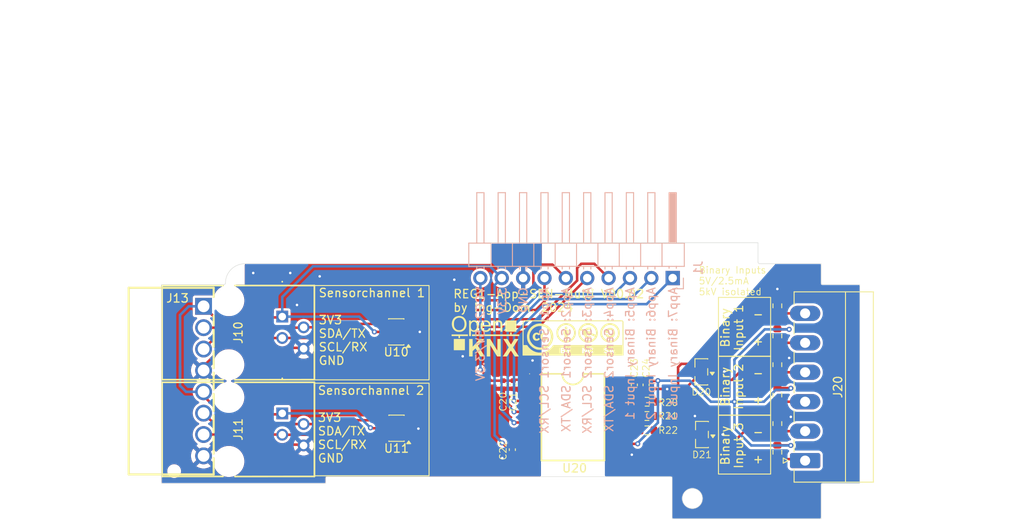
<source format=kicad_pcb>
(kicad_pcb (version 20241229) (generator "pcbnew") (generator_version "9.0")
  (title_block (date "2024-09-10") (rev "V00.02"))
  (layers (0 "F.Cu" signal) (2 "B.Cu" signal) (13 "F.Paste" user) (15 "B.Paste" user) (5 "F.SilkS" user "F.Silkscreen") (7 "B.SilkS" user "B.Silkscreen") (1 "F.Mask" user) (3 "B.Mask" user) (25 "Edge.Cuts" user))
  (net 0 "")
  (net 1 "GND")
  (net 2 "+3.3V")
  (net 3 "SCL_RX_1")
  (net 4 "SDA_TX_1")
  (net 5 "SDA_TX_2")
  (net 6 "SCL_RX_2")
  (net 7 "GNDIso")
  (net 8 "+5V")
  (net 9 "5VIso")
  (net 10 "Net-(J1-GP16)")
  (net 11 "Net-(J1-GP17)")
  (net 12 "Net-(J1-GP18)")
  (net 13 "Net-(J20-Pin_4)")
  (net 14 "Net-(J20-Pin_6)")
  (net 15 "Net-(J20-Pin_2)")
  (net 16 "Net-(J20-Pin_1)")
  (net 17 "Net-(J20-Pin_3)")
  (net 18 "Net-(J20-Pin_5)")
  (net 20 "Net-(U20-VI1)")
  (net 21 "Net-(U20-VI2)")
  (net 22 "Net-(U20-VI3)")
  (footprint "Connector_Phoenix_MC:PhoenixContact_MC_1,5_6-G-3.5_1x06_P3.50mm_Horizontal" (layer "F.Cu") (at 146.5 116 90)
    (property "Reference" "J20" (at 8.75 3.9 90) (layer "F.SilkS"))
    (property "Value" "Conn_01x06")
    (pad "1" thru_hole roundrect (at 0 0 90) (size 1.8 3.6) (drill 1.2) (layers "*.Cu" "*.Mask") (roundrect_rratio 0.138889) (net 16 "Net-(J20-Pin_1)"))
    (pad "2" thru_hole oval (at 3.5 0 90) (size 1.8 3.6) (drill 1.2) (layers "*.Cu" "*.Mask") (net 15 "Net-(J20-Pin_2)"))
    (pad "3" thru_hole oval (at 7 0 90) (size 1.8 3.6) (drill 1.2) (layers "*.Cu" "*.Mask") (net 17 "Net-(J20-Pin_3)"))
    (pad "4" thru_hole oval (at 10.5 0 90) (size 1.8 3.6) (drill 1.2) (layers "*.Cu" "*.Mask") (net 13 "Net-(J20-Pin_4)"))
    (pad "5" thru_hole oval (at 14 0 90) (size 1.8 3.6) (drill 1.2) (layers "*.Cu" "*.Mask") (net 18 "Net-(J20-Pin_5)"))
    (pad "6" thru_hole oval (at 17.5 0 90) (size 1.8 3.6) (drill 1.2) (layers "*.Cu" "*.Mask") (net 14 "Net-(J20-Pin_6)"))
  )
  (footprint "EasyEDALib:RJ22" (layer "F.Cu") (at 84.35 110.385 -90)
    (property "Reference" "J11" (at 1.905 5.23 270) (layer "F.SilkS"))
    (property "Value" "RJ22_2" (hide yes))
    (pad "" np_thru_hole circle (at -1.905 6.35 270) (size 3.2 3.2) (drill 3.2) (layers "*.Cu" "*.Mask"))
    (pad "" np_thru_hole circle (at 5.715 6.35 270) (size 3.2 3.2) (drill 3.2) (layers "*.Cu" "*.Mask"))
    (pad "1" thru_hole rect (at 0 0 270) (size 1.4 1.4) (drill 0.9) (layers "*.Cu" "*.Mask") (net 2 "+3.3V"))
    (pad "2" thru_hole circle (at 1.27 -2.54 270) (size 1.4 1.4) (drill 0.9) (layers "*.Cu" "*.Mask") (net 5 "SDA_TX_2"))
    (pad "3" thru_hole circle (at 2.54 0 270) (size 1.4 1.4) (drill 0.9) (layers "*.Cu" "*.Mask") (net 6 "SCL_RX_2"))
    (pad "4" thru_hole circle (at 3.81 -2.54 270) (size 1.4 1.4) (drill 0.9) (layers "*.Cu" "*.Mask") (net 1 "GND"))
  )
  (footprint "Capacitor_SMD:C_0402_1005Metric" (layer "F.Cu") (at 111.8 106.98 -90)
    (property "Reference" "C21" (at 2.02 0 90) (layer "F.SilkS") (effects (font (size 0.8 0.8) (thickness 0.1))))
    (property "Value" "100nF")
    (pad "1" smd roundrect (at -0.48 0 270) (size 0.56 0.62) (layers "F.Cu" "F.Mask" "F.Paste") (net 8 "+5V"))
    (pad "2" smd roundrect (at 0.48 0 270) (size 0.56 0.62) (layers "F.Cu" "F.Mask" "F.Paste") (net 1 "GND"))
  )
  (footprint "Package_TO_SOT_SMD:SOT-23" (layer "F.Cu") (at 134.1625 105.45 180)
    (property "Reference" "D20" (at 0 -2.4 0) (layer "F.SilkS") (effects (font (size 0.8 0.8) (thickness 0.1))))
    (property "Value" "SM05C")
    (pad "1" smd roundrect (at -0.9375 -0.95 180) (size 1.475 0.6) (layers "F.Cu" "F.Mask" "F.Paste") (net 13 "Net-(J20-Pin_4)"))
    (pad "2" smd roundrect (at -0.9375 0.95 180) (size 1.475 0.6) (layers "F.Cu" "F.Mask" "F.Paste") (net 14 "Net-(J20-Pin_6)"))
    (pad "3" smd roundrect (at 0.9375 0 180) (size 1.475 0.6) (layers "F.Cu" "F.Mask" "F.Paste") (net 7 "GNDIso"))
  )
  (footprint "OpenKNX:OpenKNX_Logo_10x10" (layer "F.Cu") (at 108.5 101.2)
    (property "Reference" "G***")
    (property "Value" "LOGO" (hide yes))
  )
  (footprint "Capacitor_SMD:C_0402_1005Metric" (layer "F.Cu") (at 127.6 107 -90)
    (property "Reference" "C24" (at -2 0 90) (layer "F.SilkS") (effects (font (size 0.8 0.8) (thickness 0.1))))
    (property "Value" "10uF/6.3V")
    (pad "1" smd roundrect (at -0.48 0 270) (size 0.56 0.62) (layers "F.Cu" "F.Mask" "F.Paste") (net 9 "5VIso"))
    (pad "2" smd roundrect (at 0.48 0 270) (size 0.56 0.62) (layers "F.Cu" "F.Mask" "F.Paste") (net 7 "GNDIso"))
  )
  (footprint "Resistor_SMD:R_0603_1608Metric" (layer "F.Cu") (at 143.2 104.6 -90)
    (property "Reference" "R27")
    (property "Value" "860")
    (pad "1" smd roundrect (at -0.825 0 270) (size 0.8 0.95) (layers "F.Cu" "F.Mask" "F.Paste") (net 7 "GNDIso"))
    (pad "2" smd roundrect (at 0.825 0 270) (size 0.8 0.95) (layers "F.Cu" "F.Mask" "F.Paste") (net 13 "Net-(J20-Pin_4)"))
  )
  (footprint "EasyEDALib:WSOIC-16_L10.3-W7.5-P1.27-LS10.3-BL" (layer "F.Cu") (at 118.9 110.834991 -90)
    (property "Reference" "U20" (at 6.065009 -0.2 0) (layer "F.SilkS"))
    (property "Value" "CA-IS3644")
    (pad "1" smd rect (at -4.445009 5 270) (size 0.650013 2.2) (layers "F.Cu" "F.Mask" "F.Paste") (net 8 "+5V"))
    (pad "2" smd rect (at -3.175006 5 270) (size 0.650013 2.2) (layers "F.Cu" "F.Mask" "F.Paste") (net 1 "GND"))
    (pad "3" smd rect (at -1.905004 5 270) (size 0.650013 2.2) (layers "F.Cu" "F.Mask" "F.Paste") (net 10 "Net-(J1-GP16)"))
    (pad "4" smd rect (at -0.635001 5 270) (size 0.650013 2.2) (layers "F.Cu" "F.Mask" "F.Paste") (net 11 "Net-(J1-GP17)"))
    (pad "5" smd rect (at 0.635001 5 270) (size 0.650013 2.2) (layers "F.Cu" "F.Mask" "F.Paste") (net 12 "Net-(J1-GP18)"))
    (pad "6" smd rect (at 1.905004 5 270) (size 0.650013 2.2) (layers "F.Cu" "F.Mask" "F.Paste"))
    (pad "7" smd rect (at 3.175006 5 270) (size 0.650013 2.2) (layers "F.Cu" "F.Mask" "F.Paste") (net 2 "+3.3V"))
    (pad "8" smd rect (at 4.445009 5 270) (size 0.650013 2.2) (layers "F.Cu" "F.Mask" "F.Paste") (net 1 "GND"))
    (pad "9" smd rect (at 4.445009 -5 270) (size 0.650013 2.2) (layers "F.Cu" "F.Mask" "F.Paste") (net 7 "GNDIso"))
    (pad "10" smd rect (at 3.175006 -5 270) (size 0.650013 2.2) (layers "F.Cu" "F.Mask" "F.Paste") (net 9 "5VIso"))
    (pad "11" smd rect (at 1.905004 -5 270) (size 0.650013 2.2) (layers "F.Cu" "F.Mask" "F.Paste"))
    (pad "12" smd rect (at 0.635001 -5 270) (size 0.650013 2.2) (layers "F.Cu" "F.Mask" "F.Paste") (net 22 "Net-(U20-VI3)"))
    (pad "13" smd rect (at -0.635001 -5 270) (size 0.650013 2.2) (layers "F.Cu" "F.Mask" "F.Paste") (net 21 "Net-(U20-VI2)"))
    (pad "14" smd rect (at -1.905004 -5 270) (size 0.650013 2.2) (layers "F.Cu" "F.Mask" "F.Paste") (net 20 "Net-(U20-VI1)"))
    (pad "15" smd rect (at -3.175006 -5 270) (size 0.650013 2.2) (layers "F.Cu" "F.Mask" "F.Paste") (net 7 "GNDIso"))
    (pad "16" smd rect (at -4.445009 -5 270) (size 0.650013 2.2) (layers "F.Cu" "F.Mask" "F.Paste") (net 9 "5VIso"))
  )
  (footprint "Capacitor_SMD:C_0402_1005Metric" (layer "F.Cu") (at 111.7 114.7 -90)
    (property "Reference" "C22" (at 0.1 1.1 90) (layer "F.SilkS") (effects (font (size 0.8 0.8) (thickness 0.1))))
    (property "Value" "1uF/25V")
    (pad "1" smd roundrect (at -0.48 0 270) (size 0.56 0.62) (layers "F.Cu" "F.Mask" "F.Paste") (net 2 "+3.3V"))
    (pad "2" smd roundrect (at 0.48 0 270) (size 0.56 0.62) (layers "F.Cu" "F.Mask" "F.Paste") (net 1 "GND"))
  )
  (footprint "EasyEDALib:RJ22" (layer "F.Cu") (at 84.35 98.885 -90)
    (property "Reference" "J10" (at 1.905 5.23 270) (layer "F.SilkS"))
    (property "Value" "RJ22_1" (hide yes))
    (pad "" np_thru_hole circle (at -1.905 6.35 270) (size 3.2 3.2) (drill 3.2) (layers "*.Cu" "*.Mask"))
    (pad "" np_thru_hole circle (at 5.715 6.35 270) (size 3.2 3.2) (drill 3.2) (layers "*.Cu" "*.Mask"))
    (pad "1" thru_hole rect (at 0 0 270) (size 1.4 1.4) (drill 0.9) (layers "*.Cu" "*.Mask") (net 2 "+3.3V"))
    (pad "2" thru_hole circle (at 1.27 -2.54 270) (size 1.4 1.4) (drill 0.9) (layers "*.Cu" "*.Mask") (net 4 "SDA_TX_1"))
    (pad "3" thru_hole circle (at 2.54 0 270) (size 1.4 1.4) (drill 0.9) (layers "*.Cu" "*.Mask") (net 3 "SCL_RX_1"))
    (pad "4" thru_hole circle (at 3.81 -2.54 270) (size 1.4 1.4) (drill 0.9) (layers "*.Cu" "*.Mask") (net 1 "GND"))
  )
  (footprint "Resistor_SMD:R_0603_1608Metric" (layer "F.Cu") (at 127.7 110.7)
    (property "Reference" "R21" (at 2.5 0 0) (layer "F.SilkS") (effects (font (size 0.8 0.8) (thickness 0.1))))
    (property "Value" "100")
    (pad "1" smd roundrect (at -0.825 0) (size 0.8 0.95) (layers "F.Cu" "F.Mask" "F.Paste") (net 21 "Net-(U20-VI2)"))
    (pad "2" smd roundrect (at 0.825 0) (size 0.8 0.95) (layers "F.Cu" "F.Mask" "F.Paste") (net 13 "Net-(J20-Pin_4)"))
  )
  (footprint "Resistor_SMD:R_0603_1608Metric" (layer "F.Cu") (at 143.2 97.6 -90)
    (property "Reference" "R28")
    (property "Value" "860")
    (pad "1" smd roundrect (at -0.825 0 270) (size 0.8 0.95) (layers "F.Cu" "F.Mask" "F.Paste") (net 7 "GNDIso"))
    (pad "2" smd roundrect (at 0.825 0 270) (size 0.8 0.95) (layers "F.Cu" "F.Mask" "F.Paste") (net 14 "Net-(J20-Pin_6)"))
  )
  (footprint "Package_TO_SOT_SMD:SOT-23-6" (layer "F.Cu") (at 97.9 100.7 180)
    (property "Reference" "U10" (at 0 -2.4 0) (layer "F.SilkS"))
    (property "Value" "USBLC6-2SC6")
    (pad "1" smd roundrect (at -1.1375 -0.95 180) (size 1.325 0.6) (layers "F.Cu" "F.Mask" "F.Paste") (net 3 "SCL_RX_1"))
    (pad "2" smd roundrect (at -1.1375 0 180) (size 1.325 0.6) (layers "F.Cu" "F.Mask" "F.Paste") (net 1 "GND"))
    (pad "3" smd roundrect (at -1.1375 0.95 180) (size 1.325 0.6) (layers "F.Cu" "F.Mask" "F.Paste") (net 4 "SDA_TX_1"))
    (pad "4" smd roundrect (at 1.1375 0.95 180) (size 1.325 0.6) (layers "F.Cu" "F.Mask" "F.Paste") (net 4 "SDA_TX_1"))
    (pad "5" smd roundrect (at 1.1375 0 180) (size 1.325 0.6) (layers "F.Cu" "F.Mask" "F.Paste") (net 2 "+3.3V"))
    (pad "6" smd roundrect (at 1.1375 -0.95 180) (size 1.325 0.6) (layers "F.Cu" "F.Mask" "F.Paste") (net 3 "SCL_RX_1"))
  )
  (footprint "Resistor_SMD:R_0603_1608Metric" (layer "F.Cu") (at 143.2 115 -90)
    (property "Reference" "R23")
    (property "Value" "470")
    (pad "1" smd roundrect (at -0.825 0 270) (size 0.8 0.95) (layers "F.Cu" "F.Mask" "F.Paste") (net 9 "5VIso"))
    (pad "2" smd roundrect (at 0.825 0 270) (size 0.8 0.95) (layers "F.Cu" "F.Mask" "F.Paste") (net 16 "Net-(J20-Pin_1)"))
  )
  (footprint "Resistor_SMD:R_0603_1608Metric" (layer "F.Cu") (at 127.725 109)
    (property "Reference" "R20" (at 2.5 0.1 0) (layer "F.SilkS") (effects (font (size 0.8 0.8) (thickness 0.1))))
    (property "Value" "100")
    (pad "1" smd roundrect (at -0.825 0) (size 0.8 0.95) (layers "F.Cu" "F.Mask" "F.Paste") (net 20 "Net-(U20-VI1)"))
    (pad "2" smd roundrect (at 0.825 0) (size 0.8 0.95) (layers "F.Cu" "F.Mask" "F.Paste") (net 14 "Net-(J20-Pin_6)"))
  )
  (footprint "Package_TO_SOT_SMD:SOT-23-6" (layer "F.Cu") (at 97.93125 112.15 180)
    (property "Reference" "U11" (at 0 -2.4 0) (layer "F.SilkS"))
    (property "Value" "USBLC6-2SC6")
    (pad "1" smd roundrect (at -1.1375 -0.95 180) (size 1.325 0.6) (layers "F.Cu" "F.Mask" "F.Paste") (net 6 "SCL_RX_2"))
    (pad "2" smd roundrect (at -1.1375 0 180) (size 1.325 0.6) (layers "F.Cu" "F.Mask" "F.Paste") (net 1 "GND"))
    (pad "3" smd roundrect (at -1.1375 0.95 180) (size 1.325 0.6) (layers "F.Cu" "F.Mask" "F.Paste") (net 5 "SDA_TX_2"))
    (pad "4" smd roundrect (at 1.1375 0.95 180) (size 1.325 0.6) (layers "F.Cu" "F.Mask" "F.Paste") (net 5 "SDA_TX_2"))
    (pad "5" smd roundrect (at 1.1375 0 180) (size 1.325 0.6) (layers "F.Cu" "F.Mask" "F.Paste") (net 2 "+3.3V"))
    (pad "6" smd roundrect (at 1.1375 -0.95 180) (size 1.325 0.6) (layers "F.Cu" "F.Mask" "F.Paste") (net 6 "SCL_RX_2"))
  )
  (footprint "Resistor_SMD:R_0603_1608Metric" (layer "F.Cu") (at 143.2 101.175 -90)
    (property "Reference" "R25")
    (property "Value" "470")
    (pad "1" smd roundrect (at -0.825 0 270) (size 0.8 0.95) (layers "F.Cu" "F.Mask" "F.Paste") (net 9 "5VIso"))
    (pad "2" smd roundrect (at 0.825 0 270) (size 0.8 0.95) (layers "F.Cu" "F.Mask" "F.Paste") (net 18 "Net-(J20-Pin_5)"))
  )
  (footprint "Resistor_SMD:R_0603_1608Metric" (layer "F.Cu") (at 127.7 112.4)
    (property "Reference" "R22" (at 2.525 0 0) (layer "F.SilkS") (effects (font (size 0.8 0.8) (thickness 0.1))))
    (property "Value" "100")
    (pad "1" smd roundrect (at -0.825 0) (size 0.8 0.95) (layers "F.Cu" "F.Mask" "F.Paste") (net 22 "Net-(U20-VI3)"))
    (pad "2" smd roundrect (at 0.825 0) (size 0.8 0.95) (layers "F.Cu" "F.Mask" "F.Paste") (net 15 "Net-(J20-Pin_2)"))
  )
  (footprint "Capacitor_SMD:C_0402_1005Metric" (layer "F.Cu") (at 110.6 106.98 -90)
    (property "Reference" "C20" (at 2.02 0 90) (layer "F.SilkS") (effects (font (size 0.8 0.8) (thickness 0.1))))
    (property "Value" "10uF/6.3V")
    (pad "1" smd roundrect (at -0.48 0 270) (size 0.56 0.62) (layers "F.Cu" "F.Mask" "F.Paste") (net 8 "+5V"))
    (pad "2" smd roundrect (at 0.48 0 270) (size 0.56 0.62) (layers "F.Cu" "F.Mask" "F.Paste") (net 1 "GND"))
  )
  (footprint "OpenKNX:CC-BY-NY-SA_12x4" (layer "F.Cu") (at 118.9 101.4)
    (property "Reference" "G***")
    (property "Value" "LOGO" (hide yes))
  )
  (footprint "Resistor_SMD:R_0603_1608Metric" (layer "F.Cu") (at 143.2 111.6 -90)
    (property "Reference" "R26")
    (property "Value" "860")
    (pad "1" smd roundrect (at -0.825 0 270) (size 0.8 0.95) (layers "F.Cu" "F.Mask" "F.Paste") (net 7 "GNDIso"))
    (pad "2" smd roundrect (at 0.825 0 270) (size 0.8 0.95) (layers "F.Cu" "F.Mask" "F.Paste") (net 15 "Net-(J20-Pin_2)"))
  )
  (footprint "EasyEDAModLib:CONN-TH_8P-P2.54_DIBO_DB2ERC-2.54-8P-GN" (layer "F.Cu") (at 75 106.550013 -90)
    (property "Reference" "J13" (at -9.850013 3.1 0) (layer "F.SilkS"))
    (property "Value" "Conn_01x08" (hide yes))
    (pad "1" thru_hole rect (at -8.890018 0 270) (size 2 2) (drill 1.4) (layers "*.Cu" "*.Mask") (net 2 "+3.3V"))
    (pad "2" thru_hole circle (at -6.350013 0 270) (size 2 2) (drill 1.4) (layers "*.Cu" "*.Mask") (net 4 "SDA_TX_1"))
    (pad "3" thru_hole circle (at -3.810008 0 270) (size 2 2) (drill 1.4) (layers "*.Cu" "*.Mask") (net 3 "SCL_RX_1"))
    (pad "4" thru_hole circle (at -1.270003 0 270) (size 2 2) (drill 1.4) (layers "*.Cu" "*.Mask") (net 1 "GND"))
    (pad "5" thru_hole circle (at 1.270003 0 270) (size 2 2) (drill 1.4) (layers "*.Cu" "*.Mask") (net 2 "+3.3V"))
    (pad "6" thru_hole circle (at 3.810008 0 270) (size 2 2) (drill 1.4) (layers "*.Cu" "*.Mask") (net 5 "SDA_TX_2"))
    (pad "7" thru_hole circle (at 6.350013 0 270) (size 2 2) (drill 1.4) (layers "*.Cu" "*.Mask") (net 6 "SCL_RX_2"))
    (pad "8" thru_hole circle (at 8.890018 0 270) (size 2 2) (drill 1.4) (layers "*.Cu" "*.Mask") (net 1 "GND"))
  )
  (footprint "Resistor_SMD:R_0603_1608Metric" (layer "F.Cu") (at 143.2 108.2 -90)
    (property "Reference" "R24")
    (property "Value" "470")
    (pad "1" smd roundrect (at -0.825 0 270) (size 0.8 0.95) (layers "F.Cu" "F.Mask" "F.Paste") (net 9 "5VIso"))
    (pad "2" smd roundrect (at 0.825 0 270) (size 0.8 0.95) (layers "F.Cu" "F.Mask" "F.Paste") (net 17 "Net-(J20-Pin_3)"))
  )
  (footprint "Capacitor_SMD:C_0402_1005Metric" (layer "F.Cu") (at 126.2 107 -90)
    (property "Reference" "C23" (at -2 0 90) (layer "F.SilkS") (effects (font (size 0.8 0.8) (thickness 0.1))))
    (property "Value" "100nF")
    (pad "1" smd roundrect (at -0.48 0 270) (size 0.56 0.62) (layers "F.Cu" "F.Mask" "F.Paste") (net 9 "5VIso"))
    (pad "2" smd roundrect (at 0.48 0 270) (size 0.56 0.62) (layers "F.Cu" "F.Mask" "F.Paste") (net 7 "GNDIso"))
  )
  (footprint "Package_TO_SOT_SMD:SOT-23" (layer "F.Cu") (at 134.2375 112.9 180)
    (property "Reference" "D21" (at 0 -2.4 0) (layer "F.SilkS") (effects (font (size 0.8 0.8) (thickness 0.1))))
    (property "Value" "SM05C")
    (pad "1" smd roundrect (at -0.9375 -0.95 180) (size 1.475 0.6) (layers "F.Cu" "F.Mask" "F.Paste") (net 15 "Net-(J20-Pin_2)"))
    (pad "2" smd roundrect (at -0.9375 0.95 180) (size 1.475 0.6) (layers "F.Cu" "F.Mask" "F.Paste"))
    (pad "3" smd roundrect (at 0.9375 0 180) (size 1.475 0.6) (layers "F.Cu" "F.Mask" "F.Paste") (net 7 "GNDIso"))
  )
  (footprint "Connector_PinHeader_2.54mm:PinHeader_1x10_P2.54mm_Horizontal" (layer "B.Cu") (at 130.76 94.3 90)
    (property "Reference" "J1" (at 1.2 3.04 90) (layer "B.SilkS") (effects (justify mirror)))
    (property "Value" "REG1_App_Connector")
    (pad "1" thru_hole rect (at 0 0 90) (size 1.7 1.7) (drill 1) (layers "*.Cu" "*.Mask") (net 10 "Net-(J1-GP16)"))
    (pad "2" thru_hole circle (at 0 -2.54 90) (size 1.7 1.7) (drill 1) (layers "*.Cu" "*.Mask") (net 11 "Net-(J1-GP17)"))
    (pad "3" thru_hole circle (at 0 -5.08 90) (size 1.7 1.7) (drill 1) (layers "*.Cu" "*.Mask") (net 12 "Net-(J1-GP18)"))
    (pad "4" thru_hole circle (at 0 -7.62 90) (size 1.7 1.7) (drill 1) (layers "*.Cu" "*.Mask") (net 5 "SDA_TX_2"))
    (pad "5" thru_hole circle (at 0 -10.16 90) (size 1.7 1.7) (drill 1) (layers "*.Cu" "*.Mask") (net 6 "SCL_RX_2"))
    (pad "6" thru_hole circle (at 0 -12.7 90) (size 1.7 1.7) (drill 1) (layers "*.Cu" "*.Mask") (net 4 "SDA_TX_1"))
    (pad "7" thru_hole circle (at 0 -15.24 90) (size 1.7 1.7) (drill 1) (layers "*.Cu" "*.Mask") (net 3 "SCL_RX_1"))
    (pad "8" thru_hole circle (at 0 -17.78 90) (size 1.7 1.7) (drill 1) (layers "*.Cu" "*.Mask") (net 1 "GND"))
    (pad "9" thru_hole circle (at 0 -20.32 90) (size 1.7 1.7) (drill 1) (layers "*.Cu" "*.Mask") (net 2 "+3.3V"))
    (pad "10" thru_hole circle (at 0 -22.86 90) (size 1.7 1.7) (drill 1) (layers "*.Cu" "*.Mask") (net 8 "+5V"))
  )
  (gr_rect (start 88.2 106.8) (end 101.8 117.8) (stroke (width 0.12)) (fill no) (layer "F.SilkS"))
  (gr_rect (start 136.2 110.6) (end 142.4 117.6) (stroke (width 0.12)) (fill no) (layer "F.SilkS"))
  (gr_rect (start 88.17 95.19) (end 101.8 106.4) (stroke (width 0.12)) (fill no) (layer "F.SilkS"))
  (gr_rect (start 136.2 96.6) (end 142.4 103.6) (stroke (width 0.12)) (fill no) (layer "F.SilkS"))
  (gr_rect (start 136.2 103.6) (end 142.4 110.6) (stroke (width 0.12)) (fill no) (layer "F.SilkS"))
  (gr_line (start 130.5 117.9) (end 89.7 117.9) (stroke (width 0.05)) (layer "Edge.Cuts"))
  (gr_line (start 89.5 118.7) (end 70 118.7) (stroke (width 0.05)) (layer "Edge.Cuts"))
  (gr_line (start 153 95.1) (end 153 118.7) (stroke (width 0.05)) (layer "Edge.Cuts"))
  (gr_line (start 70 95.1) (end 70 118.7) (stroke (width 0.05)) (layer "Edge.Cuts"))
  (gr_line (start 109.2 90.1) (end 140.9 90.1) (stroke (width 0.05)) (layer "Edge.Cuts"))
  (gr_arc (start 141.1 92.6) (mid 140.958579 92.541421) (end 140.9 92.4) (stroke (width 0.05)) (layer "Edge.Cuts"))
  (gr_line (start 70 95.1) (end 77.4 95.091005) (stroke (width 0.05)) (layer "Edge.Cuts"))
  (gr_line (start 148.4 118.9) (end 148.4 122.9) (stroke (width 0.05)) (layer "Edge.Cuts"))
  (gr_arc (start 148.6 95.1) (mid 148.458579 95.041421) (end 148.4 94.9) (stroke (width 0.05)) (layer "Edge.Cuts"))
  (gr_line (start 153 118.7) (end 148.6 118.7) (stroke (width 0.05)) (layer "Edge.Cuts"))
  (gr_line (start 109.2 90.1) (end 109.2 92.4) (stroke (width 0.05)) (layer "Edge.Cuts"))
  (gr_line (start 109 92.6) (end 79.9 92.6) (stroke (width 0.05)) (layer "Edge.Cuts"))
  (gr_line (start 153 95.1) (end 148.6 95.1) (stroke (width 0.05)) (layer "Edge.Cuts"))
  (gr_arc (start 148.4 118.9) (mid 148.458579 118.758579) (end 148.6 118.7) (stroke (width 0.05)) (layer "Edge.Cuts"))
  (gr_circle (center 133.1 120.5) (end 133.1 121.7) (stroke (width 0.05)) (fill no) (layer "Edge.Cuts"))
  (gr_line (start 141.1 92.6) (end 148.4 92.6) (stroke (width 0.05)) (layer "Edge.Cuts"))
  (gr_line (start 148.4 122.9) (end 130.7 122.9) (stroke (width 0.05)) (layer "Edge.Cuts"))
  (gr_line (start 89.5 118.7) (end 89.5 118.1) (stroke (width 0.05)) (layer "Edge.Cuts"))
  (gr_arc (start 109.2 92.4) (mid 109.141421 92.541421) (end 109 92.6) (stroke (width 0.05)) (layer "Edge.Cuts"))
  (gr_arc (start 130.5 117.9) (mid 130.641421 117.958579) (end 130.7 118.1) (stroke (width 0.05)) (layer "Edge.Cuts"))
  (gr_arc (start 77.6 94.9) (mid 78.273654 93.273654) (end 79.9 92.6) (stroke (width 0.05)) (layer "Edge.Cuts"))
  (gr_line (start 130.7 122.9) (end 130.7 118.1) (stroke (width 0.05)) (layer "Edge.Cuts"))
  (gr_arc (start 77.591005 94.9) (mid 77.535061 95.035061) (end 77.4 95.091005) (stroke (width 0.05)) (layer "Edge.Cuts"))
  (gr_line (start 148.4 94.9) (end 148.4 92.6) (stroke (width 0.05)) (layer "Edge.Cuts"))
  (gr_arc (start 89.5 118.1) (mid 89.558579 117.958579) (end 89.7 117.9) (stroke (width 0.05)) (layer "Edge.Cuts"))
  (gr_line (start 140.9 90.1) (end 140.9 92.4) (stroke (width 0.05)) (layer "Edge.Cuts"))
  (gr_text "REG1-App-SEN-Multi V00.02\nby Ing-Dom, 2024" (at 104.6 97 0) (layer "F.SilkS") (effects (font (size 1 1)) (justify left)))
  (gr_text "Binary\nInput 2" (at 139.2 107.2 90) (layer "F.SilkS") (effects (font (size 1 1)) (justify bottom)))
  (gr_text "-\n\n+" (at 140.2 109.4 0) (layer "F.SilkS") (effects (font (size 1 1)) (justify left bottom)))
  (gr_text "Binary Inputs\n5V/2.5mA\n5kV isolated" (at 133.8 96.4 0) (layer "F.SilkS") (effects (font (size 0.8 0.8) (thickness 0.1)) (justify left bottom)))
  (gr_text "Sensorchannel 2\n\n3V3\nSDA/TX\nSCL/RX\nGND" (at 88.5 116.3 0) (layer "F.SilkS") (effects (font (size 1 1)) (justify left bottom)))
  (gr_text "Binary\nInput 1" (at 139.2 100.2 90) (layer "F.SilkS") (effects (font (size 1 1)) (justify bottom)))
  (gr_text "-\n\n+" (at 140.2 116.4 0) (layer "F.SilkS") (effects (font (size 1 1)) (justify left bottom)))
  (gr_text "Binary\nInput 3" (at 139.2 114.2 90) (layer "F.SilkS") (effects (font (size 1 1)) (justify bottom)))
  (gr_text "-\n\n+" (at 140.2 102.4 0) (layer "F.SilkS") (effects (font (size 1 1)) (justify left bottom)))
  (gr_text "Sensorchannel 1\n\n3V3\nSDA/TX\nSCL/RX\nGND" (at 88.6 104.7 0) (layer "F.SilkS") (effects (font (size 1 1)) (justify left bottom)))
  (gr_text "App7: Binary Input 3" (at 130.8 95.3 90) (layer "B.SilkS") (effects (font (size 1 1)) (justify left mirror)))
  (gr_text "App1: Sensor1 SCL/RX" (at 115.5 95.3 90) (layer "B.SilkS") (effects (font (size 1 1)) (justify left mirror)))
  (gr_text "App4: Sensor2 SDA/TX" (at 123.2 95.3 90) (layer "B.SilkS") (effects (font (size 1 1)) (justify left mirror)))
  (gr_text "App3: Sensor2 SCL/RX" (at 120.6 95.3 90) (layer "B.SilkS") (effects (font (size 1 1)) (justify left mirror)))
  (gr_text "App2: Sensor1 SDA/TX" (at 118.1 95.3 90) (layer "B.SilkS") (effects (font (size 1 1)) (justify left mirror)))
  (gr_text "App6: Binary Input 2" (at 128.2 95.3 90) (layer "B.SilkS") (effects (font (size 1 1)) (justify left mirror)))
  (gr_text "App5: Binary Input 1" (at 125.7 95.3 90) (layer "B.SilkS") (effects (font (size 1 1)) (justify left mirror)))
  (gr_text "VCC2: 5V/3.3V" (at 107.9 95.3 90) (layer "B.SilkS") (effects (font (size 1 1)) (justify left mirror)))
  (gr_text "3.3V" (at 110.5 95.3 90) (layer "B.SilkS") (effects (font (size 1 1)) (justify left mirror)))
  (gr_text "GND" (at 113 95.3 90) (layer "B.SilkS") (effects (font (size 1 1)) (justify left mirror)))
  (segment (start 86.795 102.6) (end 86.89 102.695) (width 0.3) (layer "F.Cu") (net 1))
  (segment (start 77.171573 102.6) (end 86.795 102.6) (width 0.3) (layer "F.Cu") (net 1))
  (segment (start 75 104.771573) (end 77.171573 102.6) (width 0.3) (layer "F.Cu") (net 1))
  (segment (start 113.9 107.659985) (end 111.999985 107.659985) (width 0.3) (layer "F.Cu") (net 1))
  (segment (start 99.06875 112.15) (end 100.48125 112.15) (width 0.3) (layer "F.Cu") (net 1))
  (segment (start 75 115.440031) (end 76.340031 114.1) (width 0.3) (layer "F.Cu") (net 1))
  (segment (start 113.9 115.28) (end 111.8 115.28) (width 0.3) (layer "F.Cu") (net 1))
  (segment (start 99.0375 100.7) (end 100.7 100.7) (width 0.3) (layer "F.Cu") (net 1))
  (segment (start 110.6 107.46) (end 111.8 107.46) (width 0.3) (layer "F.Cu") (net 1))
  (segment (start 100.48125 112.15) (end 100.53125 112.2) (width 0.3) (layer "F.Cu") (net 1))
  (segment (start 75 105.28001) (end 75 104.771573) (width 0.3) (layer "F.Cu") (net 1))
  (segment (start 86.795 114.1) (end 86.89 114.195) (width 0.3) (layer "F.Cu") (net 1))
  (segment (start 111.999985 107.659985) (end 111.8 107.46) (width 0.3) (layer "F.Cu") (net 1))
  (segment (start 111.8 115.28) (end 111.7 115.18) (width 0.3) (layer "F.Cu") (net 1))
  (segment (start 76.340031 114.1) (end 86.795 114.1) (width 0.3) (layer "F.Cu") (net 1))
  (via (at 105.8 103.6) (size 0.6) (drill 0.3) (layers "F.Cu" "B.Cu") (net 1))
  (via (at 80.9 93.7) (size 0.6) (drill 0.3) (layers "F.Cu" "B.Cu") (net 1))
  (via (at 100.7 100.7) (size 0.6) (drill 0.3) (layers "F.Cu" "B.Cu") (net 1))
  (via (at 100.53125 112.2) (size 0.6) (drill 0.3) (layers "F.Cu" "B.Cu") (net 1))
  (via (at 88.8 94.1) (size 0.6) (drill 0.3) (layers "F.Cu" "B.Cu") (net 1))
  (via (at 85.3 93.7) (size 0.6) (drill 0.3) (layers "F.Cu" "B.Cu") (net 1))
  (via (at 110.5 115.7) (size 0.6) (drill 0.3) (layers "F.Cu" "B.Cu") (net 1))
  (via (at 86.1 97.5) (size 0.6) (drill 0.3) (layers "F.Cu" "B.Cu") (net 1))
  (via (at 104.8 94.5) (size 0.6) (drill 0.3) (layers "F.Cu" "B.Cu") (net 1))
  (via (at 114.1 104.1) (size 0.6) (drill 0.3) (layers "F.Cu" "B.Cu") (net 1))
  (segment (start 111.910003 114.009997) (end 111.72 114.2) (width 0.3) (layer "F.Cu") (net 2))
  (segment (start 75 97.659995) (end 76.320005 98.98) (width 0.3) (layer "F.Cu") (net 2))
  (segment (start 96.79375 112.15) (end 94.88125 112.15) (width 0.3) (layer "F.Cu") (net 2))
  (segment (start 84.255 98.98) (end 84.35 98.885) (width 0.3) (layer "F.Cu") (net 2))
  (segment (start 110.82 114.22) (end 110.5 113.9) (width 0.3) (layer "F.Cu") (net 2))
  (segment (start 111.72 114.2) (end 111.6 114.2) (width 0.3) (layer "F.Cu") (net 2))
  (segment (start 111.7 114.22) (end 110.82 114.22) (width 0.3) (layer "F.Cu") (net 2))
  (segment (start 96.7625 100.7) (end 95.3 100.7) (width 0.3) (layer "F.Cu") (net 2))
  (segment (start 75 107.820016) (end 75 108.308427) (width 0.3) (layer "F.Cu") (net 2))
  (segment (start 75 108.308427) (end 77.191573 110.5) (width 0.3) (layer "F.Cu") (net 2))
  (segment (start 77.191573 110.5) (end 84.235 110.5) (width 0.3) (layer "F.Cu") (net 2))
  (segment (start 84.235 110.5) (end 84.35 110.385) (width 0.3) (layer "F.Cu") (net 2))
  (segment (start 94.88125 112.15) (end 94.83125 112.1) (width 0.3) (layer "F.Cu") (net 2))
  (segment (start 113.9 114.009997) (end 111.910003 114.009997) (width 0.3) (layer "F.Cu") (net 2))
  (segment (start 111.6 114.2) (end 111.6 114.32) (width 0.3) (layer "F.Cu") (net 2))
  (segment (start 76.320005 98.98) (end 84.255 98.98) (width 0.3) (layer "F.Cu") (net 2))
  (segment (start 111.6 114.32) (end 111.7 114.22) (width 0.3) (layer "F.Cu") (net 2))
  (via (at 94.83125 112.1) (size 0.6) (drill 0.3) (layers "F.Cu" "B.Cu") (net 2))
  (via (at 95.3 100.7) (size 0.6) (drill 0.3) (layers "F.Cu" "B.Cu") (net 2))
  (via (at 110.5 113.9) (size 0.6) (drill 0.3) (layers "F.Cu" "B.Cu") (net 2))
  (segment (start 109.04 92.9) (end 88 92.9) (width 0.3) (layer "B.Cu") (net 2))
  (segment (start 95.3 100.7) (end 93.485 98.885) (width 0.3) (layer "B.Cu") (net 2))
  (segment (start 109.59 95.15) (end 109.59 112.99) (width 0.3) (layer "B.Cu") (net 2))
  (segment (start 73.240005 97.659995) (end 72.2 98.7) (width 0.3) (layer "B.Cu") (net 2))
  (segment (start 72.2 98.7) (end 72.2 104.8) (width 0.3) (layer "B.Cu") (net 2))
  (segment (start 93.11625 110.385) (end 84.35 110.385) (width 0.3) (layer "B.Cu") (net 2))
  (segment (start 72.920016 107.820016) (end 72.2 107.1) (width 0.3) (layer "B.Cu") (net 2))
  (segment (start 88 92.9) (end 84.35 96.55) (width 0.3) (layer "B.Cu") (net 2))
  (segment (start 72.2 107.1) (end 72.2 104.8) (width 0.3) (layer "B.Cu") (net 2))
  (segment (start 75 97.659995) (end 73.240005 97.659995) (width 0.3) (layer "B.Cu") (net 2))
  (segment (start 110.44 94.3) (end 109.59 95.15) (width 0.3) (layer "B.Cu") (net 2))
  (segment (start 84.35 96.55) (end 84.35 98.885) (width 0.3) (layer "B.Cu") (net 2))
  (segment (start 94.83125 112.1) (end 93.11625 110.385) (width 0.3) (layer "B.Cu") (net 2))
  (segment (start 93.485 98.885) (end 84.35 98.885) (width 0.3) (layer "B.Cu") (net 2))
  (segment (start 109.59 112.99) (end 110.5 113.9) (width 0.3) (layer "B.Cu") (net 2))
  (segment (start 75 107.820016) (end 72.920016 107.820016) (width 0.3) (layer "B.Cu") (net 2))
  (segment (start 110.44 94.3) (end 109.04 92.9) (width 0.3) (layer "B.Cu") (net 2))
  (segment (start 72.2 104.8) (end 72.2 106.1) (width 0.3) (layer "B.Cu") (net 2))
  (segment (start 101.7 101.65) (end 99.0375 101.65) (width 0.3) (layer "F.Cu") (net 3))
  (segment (start 84.35 101.425) (end 76.315005 101.425) (width 0.3) (layer "F.Cu") (net 3))
  (segment (start 76.315005 101.425) (end 75 102.740005) (width 0.3) (layer "F.Cu") (net 3))
  (segment (start 105.25 98.1) (end 114.5 98.1) (width 0.3) (layer "F.Cu") (net 3))
  (segment (start 99.0375 101.65) (end 96.7625 101.65) (width 0.3) (layer "F.Cu") (net 3))
  (segment (start 96.7625 101.65) (end 89.05 101.65) (width 0.3) (layer "F.Cu") (net 3))
  (segment (start 105.25 98.1) (end 101.7 101.65) (width 0.3) (layer "F.Cu") (net 3))
  (segment (start 89.05 101.65) (end 88.825 101.425) (width 0.3) (layer "F.Cu") (net 3))
  (segment (start 115.52 94.3) (end 115.52 97.08) (width 0.3) (layer "F.Cu") (net 3))
  (segment (start 115.52 97.08) (end 114.5 98.1) (width 0.3) (layer "F.Cu") (net 3))
  (segment (start 88.825 101.425) (end 84.35 101.425) (width 0.3) (layer "F.Cu") (net 3))
  (segment (start 89.495 100.155) (end 86.89 100.155) (width 0.3) (layer "F.Cu") (net 4))
  (segment (start 99.0375 99.75) (end 102.3 99.75) (width 0.3) (layer "F.Cu") (net 4))
  (segment (start 86.845 100.2) (end 86.89 100.155) (width 0.3) (layer "F.Cu") (net 4))
  (segment (start 75 100.2) (end 86.845 100.2) (width 0.3) (layer "F.Cu") (net 4))
  (segment (start 102.3 99.75) (end 105.1 96.95) (width 0.3) (layer "F.Cu") (net 4))
  (segment (start 96.7625 99.75) (end 89.9 99.75) (width 0.3) (layer "F.Cu") (net 4))
  (segment (start 96.7625 99.75) (end 99.0375 99.75) (width 0.3) (layer "F.Cu") (net 4))
  (segment (start 115.1 92.7) (end 116.46 92.7) (width 0.3) (layer "F.Cu") (net 4))
  (segment (start 89.9 99.75) (end 89.495 100.155) (width 0.3) (layer "F.Cu") (net 4))
  (segment (start 113.05 96.95) (end 114.2 95.8) (width 0.3) (layer "F.Cu") (net 4))
  (segment (start 116.46 92.7) (end 118.06 94.3) (width 0.3) (layer "F.Cu") (net 4))
  (segment (start 105.1 96.95) (end 113.05 96.95) (width 0.3) (layer "F.Cu") (net 4))
  (segment (start 114.2 95.8) (end 114.2 93.6) (width 0.3) (layer "F.Cu") (net 4))
  (segment (start 114.2 93.6) (end 115.1 92.7) (width 0.3) (layer "F.Cu") (net 4))
  (segment (start 121.44 92.6) (end 123.14 94.3) (width 0.3) (layer "F.Cu") (net 5))
  (segment (start 101.23125 111.2) (end 103.73125 108.7) (width 0.3) (layer "F.Cu") (net 5))
  (segment (start 119.4 94.600488) (end 119.4 93.1) (width 0.3) (layer "F.Cu") (net 5))
  (segment (start 96.79375 111.2) (end 89.8 111.2) (width 0.3) (layer "F.Cu") (net 5))
  (segment (start 96.79375 111.2) (end 99.06875 111.2) (width 0.3) (layer "F.Cu") (net 5))
  (segment (start 75 110.360021) (end 76.294979 111.655) (width 0.3) (layer "F.Cu") (net 5))
  (segment (start 89.345 111.655) (end 86.89 111.655) (width 0.3) (layer "F.Cu") (net 5))
  (segment (start 76.294979 111.655) (end 86.89 111.655) (width 0.3) (layer "F.Cu") (net 5))
  (segment (start 99.06875 111.2) (end 101.23125 111.2) (width 0.3) (layer "F.Cu") (net 5))
  (segment (start 114.800488 99.2) (end 119.4 94.600488) (width 0.3) (layer "F.Cu") (net 5))
  (segment (start 105.9 99.2) (end 114.800488 99.2) (width 0.3) (layer "F.Cu") (net 5))
  (segment (start 119.9 92.6) (end 121.44 92.6) (width 0.3) (layer "F.Cu") (net 5))
  (segment (start 119.4 93.1) (end 119.9 92.6) (width 0.3) (layer "F.Cu") (net 5))
  (segment (start 89.8 111.2) (end 89.345 111.655) (width 0.3) (layer "F.Cu") (net 5))
  (segment (start 103.73125 101.36875) (end 105.9 99.2) (width 0.3) (layer "F.Cu") (net 5))
  (segment (start 103.73125 108.7) (end 103.73125 101.36875) (width 0.3) (layer "F.Cu") (net 5))
  (segment (start 96.79375 113.1) (end 89.5 113.1) (width 0.3) (layer "F.Cu") (net 6))
  (segment (start 100.93125 113.1) (end 99.06875 113.1) (width 0.3) (layer "F.Cu") (net 6))
  (segment (start 106.3 100.1) (end 104.6 101.8) (width 0.3) (layer "F.Cu") (net 6))
  (segment (start 104.6 101.8) (end 104.6 109.43125) (width 0.3) (layer "F.Cu") (net 6))
  (segment (start 114.8 100.1) (end 106.3 100.1) (width 0.3) (layer "F.Cu") (net 6))
  (segment (start 104.6 109.43125) (end 100.93125 113.1) (width 0.3) (layer "F.Cu") (net 6))
  (segment (start 120.6 94.3) (end 114.8 100.1) (width 0.3) (layer "F.Cu") (net 6))
  (segment (start 89.5 113.1) (end 89.325 112.925) (width 0.3) (layer "F.Cu") (net 6))
  (segment (start 84.325026 112.900026) (end 84.35 112.925) (width 0.3) (layer "F.Cu") (net 6))
  (segment (start 96.79375 113.1) (end 99.06875 113.1) (width 0.3) (layer "F.Cu") (net 6))
  (segment (start 75 112.900026) (end 84.325026 112.900026) (width 0.3) (layer "F.Cu") (net 6))
  (segment (start 89.325 112.925) (end 84.35 112.925) (width 0.3) (layer "F.Cu") (net 6))
  (segment (start 136.85 105.45) (end 136.9 105.4) (width 0.3) (layer "F.Cu") (net 7))
  (segment (start 126.2 107.48) (end 127.6 107.48) (width 0.3) (layer "F.Cu") (net 7))
  (segment (start 133.4 112.8) (end 133.3 112.9) (width 0.3) (layer "F.Cu") (net 7))
  (segment (start 133.3 112.9) (end 136.7 112.9) (width 0.3) (layer "F.Cu") (net 7))
  (segment (start 144.575 103.775) (end 144.6 103.8) (width 0.3) (layer "F.Cu") (net 7))
  (segment (start 143.2 110.775) (end 144.775 110.775) (width 0.3) (layer "F.Cu") (net 7))
  (segment (start 130.2 107.5) (end 130.18 107.48) (width 0.3) (layer "F.Cu") (net 7))
  (segment (start 143.2 95.6) (end 143.2 96.775) (width 0.3) (layer "F.Cu") (net 7))
  (segment (start 130.12 107.48) (end 130.18 107.48) (width 0.3) (layer "F.Cu") (net 7))
  (segment (start 123.9 115.28) (end 125.88 115.28) (width 0.3) (layer "F.Cu") (net 7))
  (segment (start 127.6 107.48) (end 130.08 107.48) (width 0.3) (layer "F.Cu") (net 7))
  (segment (start 136.9 105.4) (end 136.95 105.45) (width 0.3) (layer "F.Cu") (net 7))
  (segment (start 130.08 107.48) (end 130.1 107.5) (width 0.3) (layer "F.Cu") (net 7))
  (segment (start 144.775 110.775) (end 144.8 110.8) (width 0.3) (layer "F.Cu") (net 7))
  (segment (start 133.225 105.45) (end 136.85 105.45) (width 0.3) (layer "F.Cu") (net 7))
  (segment (start 123.9 107.659985) (end 126.020015 107.659985) (width 0.3) (layer "F.Cu") (net 7))
  (segment (start 130.1 107.5) (end 130.12 107.48) (width 0.3) (layer "F.Cu") (net 7))
  (segment (start 126.020015 107.659985) (end 126.2 107.48) (width 0.3) (layer "F.Cu") (net 7))
  (segment (start 143.2 103.775) (end 144.575 103.775) (width 0.3) (layer "F.Cu") (net 7))
  (segment (start 133.4 110.7) (end 133.4 112.8) (width 0.3) (layer "F.Cu") (net 7))
  (segment (start 125.88 115.28) (end 125.9 115.3) (width 0.3) (layer "F.Cu") (net 7))
  (via (at 130.1 107.5) (size 0.6) (drill 0.3) (layers "F.Cu" "B.Cu") (net 7))
  (via (at 144.6 103.8) (size 0.6) (drill 0.3) (layers "F.Cu" "B.Cu") (net 7))
  (via (at 136.9 105.4) (size 0.6) (drill 0.3) (layers "F.Cu" "B.Cu") (net 7))
  (via (at 125.9 115.3) (size 0.6) (drill 0.3) (layers "F.Cu" "B.Cu") (net 7))
  (via (at 136.7 112.9) (size 0.6) (drill 0.3) (layers "F.Cu" "B.Cu") (net 7))
  (via (at 144.8 110.8) (size 0.6) (drill 0.3) (layers "F.Cu" "B.Cu") (net 7))
  (via (at 133.4 110.7) (size 0.6) (drill 0.3) (layers "F.Cu" "B.Cu") (net 7))
  (via (at 143.2 95.6) (size 0.6) (drill 0.3) (layers "F.Cu" "B.Cu") (net 7))
  (segment (start 113.9 106.389982) (end 111.910018 106.389982) (width 0.3) (layer "F.Cu") (net 8))
  (segment (start 110.6 106.5) (end 109.2 106.5) (width 0.3) (layer "F.Cu") (net 8))
  (segment (start 109.2 106.5) (end 107.9 105.2) (width 0.3) (layer "F.Cu") (net 8))
  (segment (start 111.8 106.5) (end 110.6 106.5) (width 0.3) (layer "F.Cu") (net 8))
  (segment (start 111.910018 106.389982) (end 111.8 106.5) (width 0.3) (layer "F.Cu") (net 8))
  (via (at 107.9 105.2) (size 0.6) (drill 0.3) (layers "F.Cu" "B.Cu") (net 8))
  (segment (start 107.9 94.3) (end 107.9 105.2) (width 0.3) (layer "B.Cu") (net 8))
  (segment (start 144.775 114.175) (end 144.8 114.2) (width 0.3) (layer "F.Cu") (net 9))
  (segment (start 143.25 100.4) (end 143.2 100.35) (width 0.3) (layer "F.Cu") (net 9))
  (segment (start 123.9 114.009997) (end 126.590003 114.009997) (width 0.3) (layer "F.Cu") (net 9))
  (segment (start 126.590003 114.009997) (end 126.6 114) (width 0.3) (layer "F.Cu") (net 9))
  (segment (start 144.775 107.375) (end 144.8 107.4) (width 0.3) (layer "F.Cu") (net 9))
  (segment (start 138.1 109) (end 137.9 109) (width 0.3) (layer "F.Cu") (net 9))
  (segment (start 128.98 106.52) (end 129 106.5) (width 0.3) (layer "F.Cu") (net 9))
  (segment (start 126.069982 106.389982) (end 126.2 106.52) (width 0.3) (layer "F.Cu") (net 9))
  (segment (start 143.2 114.175) (end 144.775 114.175) (width 0.3) (layer "F.Cu") (net 9))
  (segment (start 144.6 100.4) (end 143.25 100.4) (width 0.3) (layer "F.Cu") (net 9))
  (segment (start 126.2 106.52) (end 127.6 106.52) (width 0.3) (layer "F.Cu") (net 9))
  (segment (start 123.9 106.389982) (end 126.069982 106.389982) (width 0.3) (layer "F.Cu") (net 9))
  (segment (start 143.2 107.375) (end 144.775 107.375) (width 0.3) (layer "F.Cu") (net 9))
  (segment (start 127.6 106.52) (end 128.98 106.52) (width 0.3) (layer "F.Cu") (net 9))
  (segment (start 129 106.5) (end 129.02 106.52) (width 0.3) (layer "F.Cu") (net 9))
  (via (at 144.8 107.4) (size 0.6) (drill 0.3) (layers "F.Cu" "B.Cu") (net 9))
  (via (at 126.6 114) (size 0.6) (drill 0.3) (layers "F.Cu" "B.Cu") (net 9))
  (via (at 138.1 109) (size 0.6) (drill 0.3) (layers "F.Cu" "B.Cu") (net 9))
  (via (at 129 106.5) (size 0.6) (drill 0.3) (layers "F.Cu" "B.Cu") (net 9))
  (via (at 144.6 100.4) (size 0.6) (drill 0.3) (layers "F.Cu" "B.Cu") (net 9))
  (via (at 144.8 114.2) (size 0.6) (drill 0.3) (layers "F.Cu" "B.Cu") (net 9))
  (segment (start 144.6 100.4) (end 141.7 100.4) (width 0.3) (layer "B.Cu") (net 9))
  (segment (start 144.8 114.2) (end 140.1 114.2) (width 0.3) (layer "B.Cu") (net 9))
  (segment (start 141.7 100.4) (end 138.1 104) (width 0.3) (layer "B.Cu") (net 9))
  (segment (start 138.1 109) (end 135.3 109) (width 0.3) (layer "B.Cu") (net 9))
  (segment (start 138.1 109) (end 141.6 109) (width 0.3) (layer "B.Cu") (net 9))
  (segment (start 143 107.6) (end 144.6 107.6) (width 0.3) (layer "B.Cu") (net 9))
  (segment (start 129 106.5) (end 132.8 106.5) (width 0.3) (layer "B.Cu") (net 9))
  (segment (start 126.6 114) (end 126.5 114) (width 0.3) (layer "B.Cu") (net 9))
  (segment (start 138.1 109) (end 138.1 112.2) (width 0.3) (layer "B.Cu") (net 9))
  (segment (start 140.1 114.2) (end 138.1 112.2) (width 0.3) (layer "B.Cu") (net 9))
  (segment (start 126.6 113.9) (end 126.6 114) (width 0.3) (layer "B.Cu") (net 9))
  (segment (start 126.5 114) (end 126.5 114) (width 0.3) (layer "B.Cu") (net 9))
  (segment (start 135.3 109) (end 132.8 106.5) (width 0.3) (layer "B.Cu") (net 9))
  (segment (start 138.1 104) (end 138.1 104.1) (width 0.3) (layer "B.Cu") (net 9))
  (segment (start 144.6 107.6) (end 144.8 107.4) (width 0.3) (layer "B.Cu") (net 9))
  (segment (start 138.1 104.1) (end 138.1 109) (width 0.3) (layer "B.Cu") (net 9))
  (segment (start 129 106.5) (end 129 111.5) (width 0.3) (layer "B.Cu") (net 9))
  (segment (start 141.6 109) (end 143 107.6) (width 0.3) (layer "B.Cu") (net 9))
  (segment (start 129 111.5) (end 126.6 113.9) (width 0.3) (layer "B.Cu") (net 9))
  (segment (start 113.9 108.929987) (end 111.9 108.9) (width 0.3) (layer "F.Cu") (net 10))
  (via (at 111.9 108.9) (size 0.6) (drill 0.3) (layers "F.Cu" "B.Cu") (net 10))
  (segment (start 130.76 94.3) (end 127.66 97.4) (width 0.3) (layer "B.Cu") (net 10))
  (segment (start 111.9 108.9) (end 111.9 101) (width 0.3) (layer "B.Cu") (net 10))
  (segment (start 121.1 97.4) (end 115.5 97.4) (width 0.3) (layer "B.Cu") (net 10))
  (segment (start 111.9 101) (end 112.35 100.55) (width 0.3) (layer "B.Cu") (net 10))
  (segment (start 127.66 97.4) (end 121.1 97.4) (width 0.3) (layer "B.Cu") (net 10))
  (segment (start 115.5 97.4) (end 112.35 100.55) (width 0.3) (layer "B.Cu") (net 10))
  (segment (start 111.9 110.2) (end 111.89999 110.19999) (width 0.3) (layer "F.Cu") (net 11))
  (segment (start 113.9 110.19999) (end 111.90001 110.19999) (width 0.3) (layer "F.Cu") (net 11))
  (segment (start 111.90001 110.19999) (end 111.9 110.2) (width 0.3) (layer "F.Cu") (net 11))
  (via (at 111.9 110.2) (size 0.6) (drill 0.3) (layers "F.Cu" "B.Cu") (net 11))
  (segment (start 111.15 109.45) (end 111.15 100.65) (width 0.3) (layer "B.Cu") (net 11))
  (segment (start 115 96.8) (end 111.15 100.65) (width 0.3) (layer "B.Cu") (net 11))
  (segment (start 125.72 96.8) (end 115 96.8) (width 0.3) (layer "B.Cu") (net 11))
  (segment (start 111.9 110.2) (end 111.15 109.45) (width 0.3) (layer "B.Cu") (net 11))
  (segment (start 128.22 94.3) (end 125.72 96.8) (width 0.3) (layer "B.Cu") (net 11))
  (segment (start 113.9 111.469992) (end 111.930008 111.469992) (width 0.3) (layer "F.Cu") (net 12))
  (segment (start 111.930008 111.469992) (end 111.9 111.5) (width 0.3) (layer "F.Cu") (net 12))
  (segment (start 111.9 111.5) (end 111.869992 111.469992) (width 0.3) (layer "F.Cu") (net 12))
  (via (at 111.9 111.5) (size 0.6) (drill 0.3) (layers "F.Cu" "B.Cu") (net 12))
  (segment (start 111.9 111.5) (end 110.4 110) (width 0.3) (layer "B.Cu") (net 12))
  (segment (start 125.68 94.3) (end 123.78 96.2) (width 0.3) (layer "B.Cu") (net 12))
  (segment (start 110.4 110) (end 110.4 100.6) (width 0.3) (layer "B.Cu") (net 12))
  (segment (start 123.78 96.2) (end 114.8 96.2) (width 0.3) (layer "B.Cu") (net 12))
  (segment (start 114.8 96.2) (end 110.4 100.6) (width 0.3) (layer "B.Cu") (net 12))
  (segment (start 143.2 105.425) (end 138.775 105.425) (width 0.3) (layer "F.Cu") (net 13))
  (segment (start 132.2 108.7) (end 131.85 109.05) (width 0.3) (layer "F.Cu") (net 13))
  (segment (start 138.775 105.425) (end 137.8 106.4) (width 0.3) (layer "F.Cu") (net 13))
  (segment (start 143.2 105.425) (end 143.275 105.5) (width 0.3) (layer "F.Cu") (net 13))
  (segment (start 132.2 107.5) (end 132.2 108.7) (width 0.3) (layer "F.Cu") (net 13))
  (segment (start 135.1 106.4) (end 133.3 106.4) (width 0.3) (layer "F.Cu") (net 13))
  (segment (start 143.275 105.5) (end 146.5 105.5) (width 0.3) (layer "F.Cu") (net 13))
  (segment (start 130.2 110.7) (end 128.525 110.7) (width 0.3) (layer "F.Cu") (net 13))
  (segment (start 131.85 109.05) (end 130.2 110.7) (width 0.3) (layer "F.Cu") (net 13))
  (segment (start 133.3 106.4) (end 132.2 107.5) (width 0.3) (layer "F.Cu") (net 13))
  (segment (start 137.8 106.4) (end 135.1 106.4) (width 0.3) (layer "F.Cu") (net 13))
  (segment (start 140.475 98.425) (end 137.95 100.95) (width 0.3) (layer "F.Cu") (net 14))
  (segment (start 131.4 104.9) (end 131.8 104.5) (width 0.3) (layer "F.Cu") (net 14))
  (segment (start 137.2 101.7) (end 137.95 100.95) (width 0.3) (layer "F.Cu") (net 14))
  (segment (start 131.4 107.7) (end 131.4 104.9) (width 0.3) (layer "F.Cu") (net 14))
  (segment (start 143.2 98.425) (end 140.475 98.425) (width 0.3) (layer "F.Cu") (net 14))
  (segment (start 137.2 103.6) (end 137.2 101.7) (width 0.3) (layer "F.Cu") (net 14))
  (segment (start 143.275 98.5) (end 143.2 98.425) (width 0.3) (layer "F.Cu") (net 14))
  (segment (start 131.8 104.5) (end 135.1 104.5) (width 0.3) (layer "F.Cu") (net 14))
  (segment (start 130.1 109) (end 131.4 107.7) (width 0.3) (layer "F.Cu") (net 14))
  (segment (start 128.55 109) (end 130.1 109) (width 0.3) (layer "F.Cu") (net 14))
  (segment (start 136.3 104.5) (end 137.2 103.6) (width 0.3) (layer "F.Cu") (net 14))
  (segment (start 137.95 100.95) (end 138.4 100.5) (width 0.3) (layer "F.Cu") (net 14))
  (segment (start 146.5 98.5) (end 143.275 98.5) (width 0.3) (layer "F.Cu") (net 14))
  (segment (start 135.1 104.5) (end 136.3 104.5) (width 0.3) (layer "F.Cu") (net 14))
  (segment (start 143.2 112.425) (end 139.375 112.425) (width 0.3) (layer "F.Cu") (net 15))
  (segment (start 135.175 113.85) (end 132.35 113.85) (width 0.3) (layer "F.Cu") (net 15))
  (segment (start 132.35 113.85) (end 130.9 112.4) (width 0.3) (layer "F.Cu") (net 15))
  (segment (start 143.275 112.5) (end 146.5 112.5) (width 0.3) (layer "F.Cu") (net 15))
  (segment (start 139.375 112.425) (end 137.95 113.85) (width 0.3) (layer "F.Cu") (net 15))
  (segment (start 130.9 112.4) (end 128.525 112.4) (width 0.3) (layer "F.Cu") (net 15))
  (segment (start 143.2 112.425) (end 143.275 112.5) (width 0.3) (layer "F.Cu") (net 15))
  (segment (start 137.95 113.85) (end 135.175 113.85) (width 0.3) (layer "F.Cu") (net 15))
  (segment (start 146.325 115.825) (end 146.5 116) (width 0.3) (layer "F.Cu") (net 16))
  (segment (start 143.2 115.825) (end 146.325 115.825) (width 0.3) (layer "F.Cu") (net 16))
  (segment (start 143.225 109) (end 146.5 109) (width 0.3) (layer "F.Cu") (net 17))
  (segment (start 143.2 109.025) (end 143.225 109) (width 0.3) (layer "F.Cu") (net 17))
  (segment (start 143.2 102) (end 146.5 102) (width 0.3) (layer "F.Cu") (net 18))
  (segment (start 126.829987 108.929987) (end 126.9 109) (width 0.3) (layer "F.Cu") (net 20))
  (segment (start 123.9 108.929987) (end 126.829987 108.929987) (width 0.3) (layer "F.Cu") (net 20))
  (segment (start 126.37499 110.19999) (end 126.875 110.7) (width 0.3) (layer "F.Cu") (net 21))
  (segment (start 123.9 110.19999) (end 126.37499 110.19999) (width 0.3) (layer "F.Cu") (net 21))
  (segment (start 123.9 111.469992) (end 125.944992 111.469992) (width 0.3) (layer "F.Cu") (net 22))
  (segment (start 125.944992 111.469992) (end 126.875 112.4) (width 0.3) (layer "F.Cu") (net 22))
  (zone (net 1) (net_name "GND") (layer "F.Cu") (connect_pads (clearance 0.3)) (min_thickness 0.25) (fill yes (thermal_gap 0.5) (thermal_bridge_width 0.5))
    (polygon (pts (xy 115.1 117.9) (xy 115.2 90.1) (xy 109.2 90.1) (xy 109.2 92.6) (xy 79.9 92.6) (xy 79.9 95.1) (xy 70 95.1) (xy 70 118.7) (xy 89.5 118.7) (xy 89.5 117.9)))
  )
  (zone (net 1) (net_name "GND") (layer "B.Cu") (connect_pads (clearance 0.3)) (min_thickness 0.25) (fill yes (thermal_gap 0.5) (thermal_bridge_width 0.5))
    (polygon (pts (xy 115.1 117.9) (xy 115.2 90.1) (xy 109.2 90.1) (xy 109.2 92.6) (xy 79.9 92.6) (xy 79.9 95.1) (xy 70 95.1) (xy 70 118.7) (xy 89.5 118.7) (xy 89.5 117.9)))
  )
  (zone (net 7) (net_name "GNDIso") (layer "B.Cu") (priority 1) (connect_pads (clearance 0.3)) (min_thickness 0.25) (fill yes (thermal_gap 0.5) (thermal_bridge_width 0.5))
    (polygon (pts (xy 122.7 117.9) (xy 122.7 106) (xy 131.1 106) (xy 143 92.6) (xy 148.4 92.6) (xy 148.4 95.1) (xy 153 95.1) (xy 153 118.7) (xy 148.4 118.7) (xy 148.4 122.9) (xy 130.7 122.9) (xy 130.7 117.9)))
  )
)
</source>
